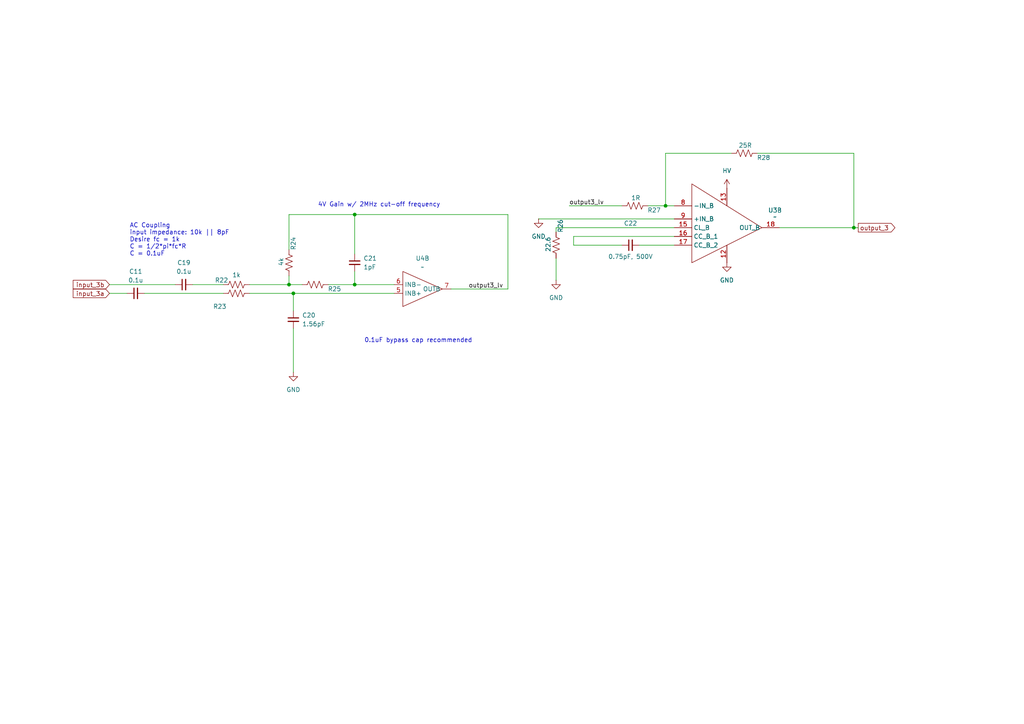
<source format=kicad_sch>
(kicad_sch (version 20231120) (generator "eeschema") (generator_version "8.0")
  (paper "A4")
  (lib_symbols
    (symbol "Device:C_Small" (pin_numbers hide) (pin_names (offset 0.254) hide)
      (property "Reference" "C" (at 0.254 1.778 0))
      (property "Value" "C_Small" (at 0.254 -2.032 0))
      (symbol "C_Small_0_1"
        (polyline (pts (xy -1.524 -0.508) (xy 1.524 -0.508)) (stroke (width 0.3302)))
        (polyline (pts (xy -1.524 0.508) (xy 1.524 0.508)) (stroke (width 0.3048)))
      )
      (symbol "C_Small_1_1"
        (pin passive line (at 0 2.54 270) (length 2.032) (name "~") (number "1"))
        (pin passive line (at 0 -2.54 90) (length 2.032) (name "~") (number "2"))
      )
    )
    (symbol "Device:R_US" (pin_numbers hide) (pin_names (offset 0))
      (property "Reference" "R" (at 2.54 0 90))
      (property "Value" "R_US" (at -2.54 0 90))
      (symbol "R_US_0_1"
        (polyline (pts (xy 0 -2.286) (xy 0 -2.54)))
        (polyline (pts (xy 0 2.286) (xy 0 2.54)))
        (polyline (pts (xy 0 -0.762) (xy 1.016 -1.143) (xy 0 -1.524) (xy -1.016 -1.905) (xy 0 -2.286)))
        (polyline (pts (xy 0 0.762) (xy 1.016 0.381) (xy 0 0) (xy -1.016 -0.381) (xy 0 -0.762)))
        (polyline (pts (xy 0 2.286) (xy 1.016 1.905) (xy 0 1.524) (xy -1.016 1.143) (xy 0 0.762)))
      )
      (symbol "R_US_1_1"
        (pin passive line (at 0 3.81 270) (length 1.27) (name "~") (number "1"))
        (pin passive line (at 0 -3.81 90) (length 1.27) (name "~") (number "2"))
      )
    )
    (symbol "_PHASE:OPA221A_2UNITS"
      (property "Reference" "U" (at -1.016 -1.524 0))
      (symbol "OPA221A_2UNITS_1_1"
        (polyline (pts (xy 0 0) (xy 0 10.16) (xy 11.43 5.08) (xy 0 0)))
        (pin input line (at 13.97 5.08 180) (length 2.54) (name "OUTA") (number "1"))
        (pin input line (at -2.54 6.35 0) (length 2.54) (name "INA-") (number "2"))
        (pin input line (at -2.54 3.81 0) (length 2.54) (name "INA+") (number "3"))
        (pin power_in line (at 6.35 0 90) (length 2.54) (name "") (number "4"))
        (pin power_in line (at 6.35 10.16 270) (length 2.54) (name "") (number "8"))
        (pin power_in line (at -2.54 1.27 0) (length 2.54) (name "EPAD") (number "EPAD"))
      )
      (symbol "OPA221A_2UNITS_2_1"
        (polyline (pts (xy 0 0) (xy 0 10.16) (xy 11.43 5.08) (xy 0 0)))
        (pin input line (at -2.54 3.81 0) (length 2.54) (name "INB+") (number "5"))
        (pin input line (at -2.54 6.35 0) (length 2.54) (name "INB-") (number "6"))
        (pin input line (at 13.97 5.08 180) (length 2.54) (name "OUTB") (number "7"))
      )
    )
    (symbol "_PHASE:PA343_2Units"
      (property "Reference" "U" (at 0 0 0))
      (symbol "PA343_2Units_1_1"
        (polyline (pts (xy 0 -3.81) (xy 0 19.05) (xy 20.32 6.35) (xy 0 -3.81)))
        (pin passive line (at 10.16 17.78 270) (length 5.08) (name "") (number "1"))
        (pin passive line (at -5.08 -1.27 0) (length 5.08) hide (name "NC_3") (number "10"))
        (pin passive line (at -5.08 -1.27 0) (length 5.08) hide (name "NC_4") (number "11"))
        (pin passive line (at -5.08 -1.27 0) (length 5.08) hide (name "NC_5") (number "14"))
        (pin passive line (at -5.08 -1.27 0) (length 5.08) hide (name "NC_6") (number "19"))
        (pin passive line (at -5.08 -1.27 0) (length 5.08) hide (name "NC_1") (number "2"))
        (pin passive line (at -5.08 12.7 0) (length 5.08) (name "-IN_A") (number "20"))
        (pin passive line (at -5.08 8.89 0) (length 5.08) (name "+IN_A") (number "21"))
        (pin passive line (at -5.08 -1.27 0) (length 5.08) hide (name "NC_7") (number "22"))
        (pin passive line (at -5.08 -1.27 0) (length 5.08) hide (name "NC_8") (number "23"))
        (pin passive line (at 10.16 -3.81 90) (length 5.08) (name "") (number "24"))
        (pin passive line (at -5.08 6.35 0) (length 5.08) (name "CL_A") (number "3"))
        (pin passive line (at -5.08 3.81 0) (length 5.08) (name "CC_A_1") (number "4"))
        (pin passive line (at -5.08 1.27 0) (length 5.08) (name "CC_A_2") (number "5"))
        (pin passive line (at 25.4 6.35 180) (length 5.08) (name "OUT_A") (number "6"))
        (pin passive line (at -5.08 -1.27 0) (length 5.08) hide (name "NC_2") (number "7"))
      )
      (symbol "PA343_2Units_2_1"
        (polyline (pts (xy 0 3.81) (xy 0 26.67) (xy 20.32 13.97) (xy 0 3.81)))
        (pin passive line (at 10.16 3.81 90) (length 5.08) (name "") (number "12"))
        (pin passive line (at 10.16 25.4 270) (length 5.08) (name "") (number "13"))
        (pin passive line (at -5.08 13.97 0) (length 5.08) (name "CL_B") (number "15"))
        (pin passive line (at -5.08 11.43 0) (length 5.08) (name "CC_B_1") (number "16"))
        (pin passive line (at -5.08 8.89 0) (length 5.08) (name "CC_B_2") (number "17"))
        (pin passive line (at 25.4 13.97 180) (length 5.08) (name "OUT_B") (number "18"))
        (pin passive line (at -5.08 20.32 0) (length 5.08) (name "-IN_B") (number "8"))
        (pin passive line (at -5.08 16.51 0) (length 5.08) (name "+IN_B") (number "9"))
      )
    )
    (symbol "power:+12V" (power) (pin_numbers hide) (pin_names (offset 0) hide)
      (property "Value" "+12V" (at 0 3.556 0))
      (symbol "+12V_0_1"
        (polyline (pts (xy -0.762 1.27) (xy 0 2.54)))
        (polyline (pts (xy 0 0) (xy 0 2.54)))
        (polyline (pts (xy 0 2.54) (xy 0.762 1.27)))
      )
      (symbol "+12V_1_1"
        (pin power_in line (at 0 0 90) (length 0) (name "~") (number "1"))
      )
    )
    (symbol "power:GND" (power) (pin_numbers hide) (pin_names (offset 0) hide)
      (property "Value" "GND" (at 0 -3.81 0))
      (symbol "GND_0_1"
        (polyline (pts (xy 0 0) (xy 0 -1.27) (xy 1.27 -1.27) (xy 0 -2.54) (xy -1.27 -1.27) (xy 0 -1.27)))
      )
      (symbol "GND_1_1"
        (pin power_in line (at 0 0 270) (length 0) (name "~") (number "1"))
      )
    )
  )
  (junction (at 83.82 82.55))
  (junction (at 102.87 82.55))
  (junction (at 193.04 59.69))
  (junction (at 247.65 66.04))
  (junction (at 85.09 85.09))
  (junction (at 102.87 62.23))
  (wire (pts (xy 180.34 71.12) (xy 166.37 71.12)))
  (wire (pts (xy 161.29 74.93) (xy 161.29 81.28)))
  (wire (pts (xy 156.21 63.5) (xy 195.58 63.5)))
  (wire (pts (xy 83.82 82.55) (xy 87.63 82.55)))
  (wire (pts (xy 83.82 62.23) (xy 83.82 72.39)))
  (wire (pts (xy 83.82 62.23) (xy 102.87 62.23)))
  (wire (pts (xy 85.09 95.25) (xy 85.09 107.95)))
  (wire (pts (xy 55.88 82.55) (xy 64.77 82.55)))
  (wire (pts (xy 247.65 66.04) (xy 248.92 66.04)))
  (wire (pts (xy 83.82 80.01) (xy 83.82 82.55)))
  (wire (pts (xy 102.87 62.23) (xy 147.32 62.23)))
  (wire (pts (xy 102.87 78.74) (xy 102.87 82.55)))
  (wire (pts (xy 130.81 83.82) (xy 147.32 83.82)))
  (wire (pts (xy 72.39 85.09) (xy 85.09 85.09)))
  (wire (pts (xy 226.06 66.04) (xy 247.65 66.04)))
  (wire (pts (xy 185.42 71.12) (xy 195.58 71.12)))
  (wire (pts (xy 212.09 44.45) (xy 193.04 44.45)))
  (wire (pts (xy 85.09 85.09) (xy 85.09 90.17)))
  (wire (pts (xy 161.29 66.04) (xy 161.29 67.31)))
  (wire (pts (xy 166.37 68.58) (xy 195.58 68.58)))
  (wire (pts (xy 193.04 59.69) (xy 195.58 59.69)))
  (wire (pts (xy 147.32 62.23) (xy 147.32 83.82)))
  (wire (pts (xy 247.65 66.04) (xy 247.65 44.45)))
  (wire (pts (xy 31.75 85.09) (xy 36.83 85.09)))
  (wire (pts (xy 102.87 82.55) (xy 95.25 82.55)))
  (wire (pts (xy 187.96 59.69) (xy 193.04 59.69)))
  (wire (pts (xy 165.1 59.69) (xy 180.34 59.69)))
  (wire (pts (xy 166.37 71.12) (xy 166.37 68.58)))
  (wire (pts (xy 85.09 85.09) (xy 114.3 85.09)))
  (wire (pts (xy 114.3 82.55) (xy 102.87 82.55)))
  (wire (pts (xy 161.29 66.04) (xy 195.58 66.04)))
  (wire (pts (xy 193.04 44.45) (xy 193.04 59.69)))
  (wire (pts (xy 219.71 44.45) (xy 247.65 44.45)))
  (wire (pts (xy 72.39 82.55) (xy 83.82 82.55)))
  (wire (pts (xy 102.87 62.23) (xy 102.87 73.66)))
  (wire (pts (xy 41.91 85.09) (xy 64.77 85.09)))
  (wire (pts (xy 31.75 82.55) (xy 50.8 82.55)))
  (text "0.1uF bypass cap recommended\n" (at 105.664 98.806 0) (effects (font (size 1.27 1.27)) (justify left)))
  (text "4V Gain w/ 2MHz cut-off frequency" (at 92.202 59.436 0) (effects (font (size 1.27 1.27)) (justify left)))
  (text "AC Coupling\ninput impedance: 10k || 8pF\nDesire fc = 1k\nC = 1/2*pi*fc*R\nC = 0.1uF" (at 37.592 69.596 0) (effects (font (size 1.27 1.27)) (justify left)))
  (label "output3_lv" (at 165.1 59.69 0))
  (label "output3_lv" (at 135.89 83.82 0))
  (global_label "input_3a" (shape input) (at 31.75 85.09 180) (property "Intersheetrefs" "${INTERSHEET_REFS}" (effects (hide yes))))
  (global_label "input_3b" (shape input) (at 31.75 82.55 180) (property "Intersheetrefs" "${INTERSHEET_REFS}" (effects (hide yes))))
  (global_label "output_3" (shape output) (at 248.92 66.04 0) (property "Intersheetrefs" "${INTERSHEET_REFS}" (effects (hide yes))))
  (symbol (lib_id "_PHASE:PA343_2Units") (at 200.66 80.01 0) (unit 2)
    (property "Reference" "U3" (at 224.79 60.9914 0))
    (property "Value" "~" (at 224.79 62.8965 0))
    (property "Footprint" "726_footprints:PA341DF" (effects (hide yes)))
  )
  (symbol (lib_id "Device:C_Small") (at 53.34 82.55 90) (unit 1)
    (property "Reference" "C19" (at 53.3463 76.2 90))
    (property "Value" "0.1u" (at 53.3463 78.74 90))
    (property "Footprint" "Capacitor_SMD:C_0603_1608Metric" (effects (hide yes)))
    (property "Description" "Unpolarized capacitor, small symbol" (effects (hide yes)))
  )
  (symbol (lib_id "Device:R_US") (at 91.44 82.55 270) (unit 1)
    (property "Reference" "R25" (at 97.028 83.82 90))
    (property "Value" "R_US" (effects (hide yes)))
    (property "Footprint" "Resistor_SMD:R_0603_1608Metric" (effects (hide yes)))
    (property "Description" "Resistor, US symbol" (effects (hide yes)))
  )
  (symbol (lib_id "Device:C_Small") (at 85.09 92.71 0) (unit 1)
    (property "Reference" "C20" (at 87.63 91.4462 0) (effects (justify left)))
    (property "Value" "1.56pF" (at 87.63 93.9862 0) (effects (justify left)))
    (property "Footprint" "Capacitor_SMD:C_0603_1608Metric" (effects (hide yes)))
    (property "Description" "Unpolarized capacitor, small symbol" (effects (hide yes)))
  )
  (symbol (lib_id "power:GND") (at 156.21 63.5 0) (unit 1)
    (property "Reference" "#PWR016" (effects (hide yes)))
    (property "Value" "GND" (at 156.21 68.58 0))
    (property "Description" "Power symbol creates a global label with name \"GND\" , ground" (effects (hide yes)))
  )
  (symbol (lib_id "power:GND") (at 85.09 107.95 0) (unit 1)
    (property "Reference" "#PWR02" (effects (hide yes)))
    (property "Value" "GND" (at 85.09 113.03 0))
    (property "Description" "Power symbol creates a global label with name \"GND\" , ground" (effects (hide yes)))
  )
  (symbol (lib_id "Device:C_Small") (at 102.87 76.2 0) (unit 1)
    (property "Reference" "C21" (at 105.41 74.9362 0) (effects (justify left)))
    (property "Value" "1pF" (at 105.41 77.4762 0) (effects (justify left)))
    (property "Footprint" "Capacitor_SMD:C_0603_1608Metric" (effects (hide yes)))
    (property "Description" "Unpolarized capacitor, small symbol" (effects (hide yes)))
  )
  (symbol (lib_id "Device:R_US") (at 184.15 59.69 270) (unit 1)
    (property "Reference" "R27" (at 189.738 60.96 90))
    (property "Value" "1R" (at 184.404 57.404 90))
    (property "Footprint" "Resistor_SMD:R_0603_1608Metric" (effects (hide yes)))
    (property "Description" "Resistor, US symbol" (effects (hide yes)))
  )
  (symbol (lib_id "Device:C_Small") (at 182.88 71.12 90) (unit 1)
    (property "Reference" "C22" (at 182.8863 64.77 90))
    (property "Value" "0.75pF, 500V" (at 182.88 74.422 90))
    (property "Footprint" "Capacitor_SMD:C_0805_2012Metric" (effects (hide yes)))
    (property "Description" "Unpolarized capacitor, small symbol" (effects (hide yes)))
  )
  (symbol (lib_id "Device:R_US") (at 161.29 71.12 0) (unit 1)
    (property "Reference" "R26" (at 162.56 65.532 90))
    (property "Value" "22.6" (at 159.004 70.866 90))
    (property "Footprint" "Resistor_SMD:R_0603_1608Metric" (effects (hide yes)))
    (property "Description" "Resistor, US symbol" (effects (hide yes)))
  )
  (symbol (lib_id "_PHASE:OPA221A_2UNITS") (at 116.84 88.9 0) (unit 2)
    (property "Reference" "U4" (at 122.555 74.93 0))
    (property "Value" "~" (at 122.555 77.47 0))
    (property "Footprint" "726_footprints:OPA2211AIDDAR_L" (effects (hide yes)))
  )
  (symbol (lib_id "Device:R_US") (at 68.58 85.09 270) (unit 1)
    (property "Reference" "R23" (at 63.754 88.9 90))
    (property "Value" "R_US" (effects (hide yes)))
    (property "Footprint" "Resistor_SMD:R_0603_1608Metric" (effects (hide yes)))
    (property "Description" "Resistor, US symbol" (effects (hide yes)))
  )
  (symbol (lib_id "Device:R_US") (at 83.82 76.2 0) (unit 1)
    (property "Reference" "R24" (at 85.09 70.612 90))
    (property "Value" "4k" (at 81.534 75.946 90))
    (property "Footprint" "Resistor_SMD:R_0603_1608Metric" (effects (hide yes)))
    (property "Description" "Resistor, US symbol" (effects (hide yes)))
  )
  (symbol (lib_id "power:GND") (at 210.82 76.2 0) (unit 1)
    (property "Reference" "#PWR024" (effects (hide yes)))
    (property "Value" "GND" (at 210.82 81.28 0))
    (property "Description" "Power symbol creates a global label with name \"GND\" , ground" (effects (hide yes)))
  )
  (symbol (lib_id "power:GND") (at 161.29 81.28 0) (unit 1)
    (property "Reference" "#PWR017" (effects (hide yes)))
    (property "Value" "GND" (at 161.29 86.36 0))
    (property "Description" "Power symbol creates a global label with name \"GND\" , ground" (effects (hide yes)))
  )
  (symbol (lib_id "power:+12V") (at 210.82 54.61 0) (unit 1)
    (property "Reference" "#PWR061" (effects (hide yes)))
    (property "Value" "HV" (at 210.82 49.53 0))
    (property "Description" "Power symbol creates a global label with name \"+12V\"" (effects (hide yes)))
  )
  (symbol (lib_id "Device:R_US") (at 215.9 44.45 270) (unit 1)
    (property "Reference" "R28" (at 221.488 45.72 90))
    (property "Value" "25R" (at 216.154 42.164 90))
    (property "Footprint" "Resistor_SMD:R_0603_1608Metric" (effects (hide yes)))
    (property "Description" "Resistor, US symbol" (effects (hide yes)))
  )
  (symbol (lib_id "Device:R_US") (at 68.58 82.55 270) (unit 1)
    (property "Reference" "R22" (at 64.262 81.28 90))
    (property "Value" "1k" (at 68.58 79.756 90))
    (property "Footprint" "Resistor_SMD:R_0603_1608Metric" (effects (hide yes)))
    (property "Description" "Resistor, US symbol" (effects (hide yes)))
  )
  (symbol (lib_id "Device:C_Small") (at 39.37 85.09 90) (unit 1)
    (property "Reference" "C11" (at 39.3763 78.74 90))
    (property "Value" "0.1u" (at 39.3763 81.28 90))
    (property "Footprint" "Capacitor_SMD:C_0603_1608Metric" (effects (hide yes)))
    (property "Description" "Unpolarized capacitor, small symbol" (effects (hide yes)))
  )
)
</source>
